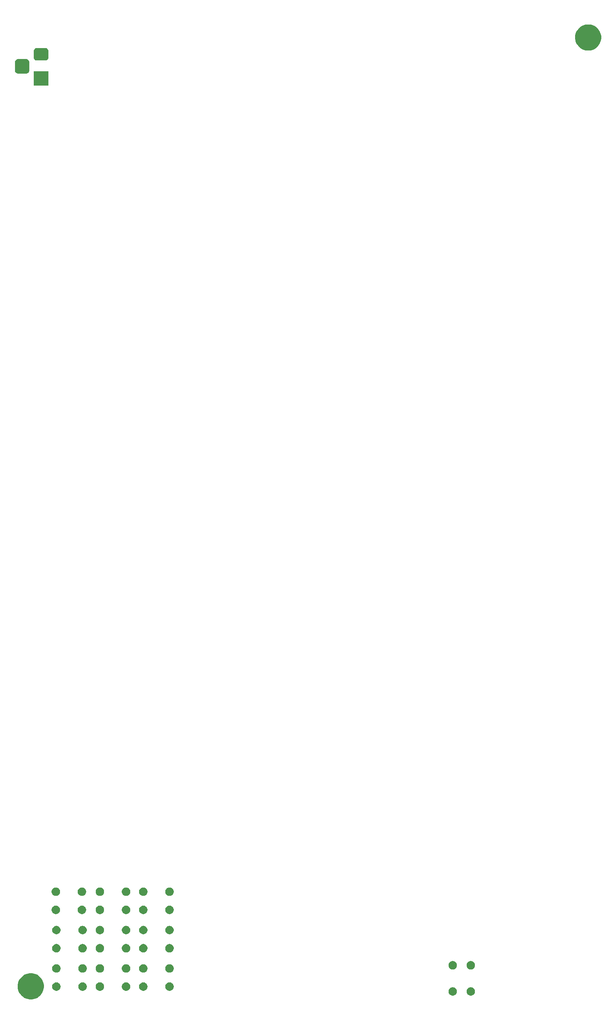
<source format=gbr>
G04 #@! TF.GenerationSoftware,KiCad,Pcbnew,(5.1.5)-3*
G04 #@! TF.CreationDate,2020-07-05T11:54:58+02:00*
G04 #@! TF.ProjectId,FetsAndCrosses,46657473-416e-4644-9372-6f737365732e,rev?*
G04 #@! TF.SameCoordinates,Original*
G04 #@! TF.FileFunction,Soldermask,Bot*
G04 #@! TF.FilePolarity,Negative*
%FSLAX46Y46*%
G04 Gerber Fmt 4.6, Leading zero omitted, Abs format (unit mm)*
G04 Created by KiCad (PCBNEW (5.1.5)-3) date 2020-07-05 11:54:58*
%MOMM*%
%LPD*%
G04 APERTURE LIST*
%ADD10C,0.100000*%
G04 APERTURE END LIST*
D10*
G36*
X23494239Y-254621467D02*
G01*
X23808282Y-254683934D01*
X24399926Y-254929001D01*
X24932392Y-255284784D01*
X25385216Y-255737608D01*
X25740999Y-256270074D01*
X25986066Y-256861718D01*
X25986066Y-256861719D01*
X26111000Y-257489803D01*
X26111000Y-258130197D01*
X26084457Y-258263635D01*
X25986066Y-258758282D01*
X25740999Y-259349926D01*
X25385216Y-259882392D01*
X24932392Y-260335216D01*
X24399926Y-260690999D01*
X23808282Y-260936066D01*
X23494239Y-260998533D01*
X23180197Y-261061000D01*
X22539803Y-261061000D01*
X22225761Y-260998533D01*
X21911718Y-260936066D01*
X21320074Y-260690999D01*
X20787608Y-260335216D01*
X20334784Y-259882392D01*
X19979001Y-259349926D01*
X19733934Y-258758282D01*
X19635543Y-258263635D01*
X19609000Y-258130197D01*
X19609000Y-257489803D01*
X19733934Y-256861719D01*
X19733934Y-256861718D01*
X19979001Y-256270074D01*
X20334784Y-255737608D01*
X20787608Y-255284784D01*
X21320074Y-254929001D01*
X21911718Y-254683934D01*
X22225761Y-254621467D01*
X22539803Y-254559000D01*
X23180197Y-254559000D01*
X23494239Y-254621467D01*
G37*
G36*
X132441564Y-258069389D02*
G01*
X132632833Y-258148615D01*
X132632835Y-258148616D01*
X132724210Y-258209671D01*
X132804973Y-258263635D01*
X132951365Y-258410027D01*
X133066385Y-258582167D01*
X133145611Y-258773436D01*
X133186000Y-258976484D01*
X133186000Y-259183516D01*
X133145611Y-259386564D01*
X133114101Y-259462636D01*
X133066384Y-259577835D01*
X132951365Y-259749973D01*
X132804973Y-259896365D01*
X132632835Y-260011384D01*
X132632834Y-260011385D01*
X132632833Y-260011385D01*
X132441564Y-260090611D01*
X132238516Y-260131000D01*
X132031484Y-260131000D01*
X131828436Y-260090611D01*
X131637167Y-260011385D01*
X131637166Y-260011385D01*
X131637165Y-260011384D01*
X131465027Y-259896365D01*
X131318635Y-259749973D01*
X131203616Y-259577835D01*
X131155899Y-259462636D01*
X131124389Y-259386564D01*
X131084000Y-259183516D01*
X131084000Y-258976484D01*
X131124389Y-258773436D01*
X131203615Y-258582167D01*
X131318635Y-258410027D01*
X131465027Y-258263635D01*
X131545790Y-258209671D01*
X131637165Y-258148616D01*
X131637167Y-258148615D01*
X131828436Y-258069389D01*
X132031484Y-258029000D01*
X132238516Y-258029000D01*
X132441564Y-258069389D01*
G37*
G36*
X127941564Y-258069389D02*
G01*
X128132833Y-258148615D01*
X128132835Y-258148616D01*
X128224210Y-258209671D01*
X128304973Y-258263635D01*
X128451365Y-258410027D01*
X128566385Y-258582167D01*
X128645611Y-258773436D01*
X128686000Y-258976484D01*
X128686000Y-259183516D01*
X128645611Y-259386564D01*
X128614101Y-259462636D01*
X128566384Y-259577835D01*
X128451365Y-259749973D01*
X128304973Y-259896365D01*
X128132835Y-260011384D01*
X128132834Y-260011385D01*
X128132833Y-260011385D01*
X127941564Y-260090611D01*
X127738516Y-260131000D01*
X127531484Y-260131000D01*
X127328436Y-260090611D01*
X127137167Y-260011385D01*
X127137166Y-260011385D01*
X127137165Y-260011384D01*
X126965027Y-259896365D01*
X126818635Y-259749973D01*
X126703616Y-259577835D01*
X126655899Y-259462636D01*
X126624389Y-259386564D01*
X126584000Y-259183516D01*
X126584000Y-258976484D01*
X126624389Y-258773436D01*
X126703615Y-258582167D01*
X126818635Y-258410027D01*
X126965027Y-258263635D01*
X127045790Y-258209671D01*
X127137165Y-258148616D01*
X127137167Y-258148615D01*
X127328436Y-258069389D01*
X127531484Y-258029000D01*
X127738516Y-258029000D01*
X127941564Y-258069389D01*
G37*
G36*
X36016564Y-256854389D02*
G01*
X36207833Y-256933615D01*
X36207835Y-256933616D01*
X36379973Y-257048635D01*
X36526365Y-257195027D01*
X36641385Y-257367167D01*
X36720611Y-257558436D01*
X36761000Y-257761484D01*
X36761000Y-257968516D01*
X36720611Y-258171564D01*
X36683565Y-258261000D01*
X36641384Y-258362835D01*
X36526365Y-258534973D01*
X36379973Y-258681365D01*
X36207835Y-258796384D01*
X36207834Y-258796385D01*
X36207833Y-258796385D01*
X36016564Y-258875611D01*
X35813516Y-258916000D01*
X35606484Y-258916000D01*
X35403436Y-258875611D01*
X35212167Y-258796385D01*
X35212166Y-258796385D01*
X35212165Y-258796384D01*
X35040027Y-258681365D01*
X34893635Y-258534973D01*
X34778616Y-258362835D01*
X34736435Y-258261000D01*
X34699389Y-258171564D01*
X34659000Y-257968516D01*
X34659000Y-257761484D01*
X34699389Y-257558436D01*
X34778615Y-257367167D01*
X34893635Y-257195027D01*
X35040027Y-257048635D01*
X35212165Y-256933616D01*
X35212167Y-256933615D01*
X35403436Y-256854389D01*
X35606484Y-256814000D01*
X35813516Y-256814000D01*
X36016564Y-256854389D01*
G37*
G36*
X29516564Y-256854389D02*
G01*
X29707833Y-256933615D01*
X29707835Y-256933616D01*
X29879973Y-257048635D01*
X30026365Y-257195027D01*
X30141385Y-257367167D01*
X30220611Y-257558436D01*
X30261000Y-257761484D01*
X30261000Y-257968516D01*
X30220611Y-258171564D01*
X30183565Y-258261000D01*
X30141384Y-258362835D01*
X30026365Y-258534973D01*
X29879973Y-258681365D01*
X29707835Y-258796384D01*
X29707834Y-258796385D01*
X29707833Y-258796385D01*
X29516564Y-258875611D01*
X29313516Y-258916000D01*
X29106484Y-258916000D01*
X28903436Y-258875611D01*
X28712167Y-258796385D01*
X28712166Y-258796385D01*
X28712165Y-258796384D01*
X28540027Y-258681365D01*
X28393635Y-258534973D01*
X28278616Y-258362835D01*
X28236435Y-258261000D01*
X28199389Y-258171564D01*
X28159000Y-257968516D01*
X28159000Y-257761484D01*
X28199389Y-257558436D01*
X28278615Y-257367167D01*
X28393635Y-257195027D01*
X28540027Y-257048635D01*
X28712165Y-256933616D01*
X28712167Y-256933615D01*
X28903436Y-256854389D01*
X29106484Y-256814000D01*
X29313516Y-256814000D01*
X29516564Y-256854389D01*
G37*
G36*
X46811564Y-256854389D02*
G01*
X47002833Y-256933615D01*
X47002835Y-256933616D01*
X47174973Y-257048635D01*
X47321365Y-257195027D01*
X47436385Y-257367167D01*
X47515611Y-257558436D01*
X47556000Y-257761484D01*
X47556000Y-257968516D01*
X47515611Y-258171564D01*
X47478565Y-258261000D01*
X47436384Y-258362835D01*
X47321365Y-258534973D01*
X47174973Y-258681365D01*
X47002835Y-258796384D01*
X47002834Y-258796385D01*
X47002833Y-258796385D01*
X46811564Y-258875611D01*
X46608516Y-258916000D01*
X46401484Y-258916000D01*
X46198436Y-258875611D01*
X46007167Y-258796385D01*
X46007166Y-258796385D01*
X46007165Y-258796384D01*
X45835027Y-258681365D01*
X45688635Y-258534973D01*
X45573616Y-258362835D01*
X45531435Y-258261000D01*
X45494389Y-258171564D01*
X45454000Y-257968516D01*
X45454000Y-257761484D01*
X45494389Y-257558436D01*
X45573615Y-257367167D01*
X45688635Y-257195027D01*
X45835027Y-257048635D01*
X46007165Y-256933616D01*
X46007167Y-256933615D01*
X46198436Y-256854389D01*
X46401484Y-256814000D01*
X46608516Y-256814000D01*
X46811564Y-256854389D01*
G37*
G36*
X51106564Y-256854389D02*
G01*
X51297833Y-256933615D01*
X51297835Y-256933616D01*
X51469973Y-257048635D01*
X51616365Y-257195027D01*
X51731385Y-257367167D01*
X51810611Y-257558436D01*
X51851000Y-257761484D01*
X51851000Y-257968516D01*
X51810611Y-258171564D01*
X51773565Y-258261000D01*
X51731384Y-258362835D01*
X51616365Y-258534973D01*
X51469973Y-258681365D01*
X51297835Y-258796384D01*
X51297834Y-258796385D01*
X51297833Y-258796385D01*
X51106564Y-258875611D01*
X50903516Y-258916000D01*
X50696484Y-258916000D01*
X50493436Y-258875611D01*
X50302167Y-258796385D01*
X50302166Y-258796385D01*
X50302165Y-258796384D01*
X50130027Y-258681365D01*
X49983635Y-258534973D01*
X49868616Y-258362835D01*
X49826435Y-258261000D01*
X49789389Y-258171564D01*
X49749000Y-257968516D01*
X49749000Y-257761484D01*
X49789389Y-257558436D01*
X49868615Y-257367167D01*
X49983635Y-257195027D01*
X50130027Y-257048635D01*
X50302165Y-256933616D01*
X50302167Y-256933615D01*
X50493436Y-256854389D01*
X50696484Y-256814000D01*
X50903516Y-256814000D01*
X51106564Y-256854389D01*
G37*
G36*
X40311564Y-256854389D02*
G01*
X40502833Y-256933615D01*
X40502835Y-256933616D01*
X40674973Y-257048635D01*
X40821365Y-257195027D01*
X40936385Y-257367167D01*
X41015611Y-257558436D01*
X41056000Y-257761484D01*
X41056000Y-257968516D01*
X41015611Y-258171564D01*
X40978565Y-258261000D01*
X40936384Y-258362835D01*
X40821365Y-258534973D01*
X40674973Y-258681365D01*
X40502835Y-258796384D01*
X40502834Y-258796385D01*
X40502833Y-258796385D01*
X40311564Y-258875611D01*
X40108516Y-258916000D01*
X39901484Y-258916000D01*
X39698436Y-258875611D01*
X39507167Y-258796385D01*
X39507166Y-258796385D01*
X39507165Y-258796384D01*
X39335027Y-258681365D01*
X39188635Y-258534973D01*
X39073616Y-258362835D01*
X39031435Y-258261000D01*
X38994389Y-258171564D01*
X38954000Y-257968516D01*
X38954000Y-257761484D01*
X38994389Y-257558436D01*
X39073615Y-257367167D01*
X39188635Y-257195027D01*
X39335027Y-257048635D01*
X39507165Y-256933616D01*
X39507167Y-256933615D01*
X39698436Y-256854389D01*
X39901484Y-256814000D01*
X40108516Y-256814000D01*
X40311564Y-256854389D01*
G37*
G36*
X57606564Y-256854389D02*
G01*
X57797833Y-256933615D01*
X57797835Y-256933616D01*
X57969973Y-257048635D01*
X58116365Y-257195027D01*
X58231385Y-257367167D01*
X58310611Y-257558436D01*
X58351000Y-257761484D01*
X58351000Y-257968516D01*
X58310611Y-258171564D01*
X58273565Y-258261000D01*
X58231384Y-258362835D01*
X58116365Y-258534973D01*
X57969973Y-258681365D01*
X57797835Y-258796384D01*
X57797834Y-258796385D01*
X57797833Y-258796385D01*
X57606564Y-258875611D01*
X57403516Y-258916000D01*
X57196484Y-258916000D01*
X56993436Y-258875611D01*
X56802167Y-258796385D01*
X56802166Y-258796385D01*
X56802165Y-258796384D01*
X56630027Y-258681365D01*
X56483635Y-258534973D01*
X56368616Y-258362835D01*
X56326435Y-258261000D01*
X56289389Y-258171564D01*
X56249000Y-257968516D01*
X56249000Y-257761484D01*
X56289389Y-257558436D01*
X56368615Y-257367167D01*
X56483635Y-257195027D01*
X56630027Y-257048635D01*
X56802165Y-256933616D01*
X56802167Y-256933615D01*
X56993436Y-256854389D01*
X57196484Y-256814000D01*
X57403516Y-256814000D01*
X57606564Y-256854389D01*
G37*
G36*
X57606564Y-252354389D02*
G01*
X57797833Y-252433615D01*
X57797835Y-252433616D01*
X57861991Y-252476484D01*
X57969973Y-252548635D01*
X58116365Y-252695027D01*
X58231385Y-252867167D01*
X58310611Y-253058436D01*
X58351000Y-253261484D01*
X58351000Y-253468516D01*
X58310611Y-253671564D01*
X58231385Y-253862833D01*
X58231384Y-253862835D01*
X58116365Y-254034973D01*
X57969973Y-254181365D01*
X57797835Y-254296384D01*
X57797834Y-254296385D01*
X57797833Y-254296385D01*
X57606564Y-254375611D01*
X57403516Y-254416000D01*
X57196484Y-254416000D01*
X56993436Y-254375611D01*
X56802167Y-254296385D01*
X56802166Y-254296385D01*
X56802165Y-254296384D01*
X56630027Y-254181365D01*
X56483635Y-254034973D01*
X56368616Y-253862835D01*
X56368615Y-253862833D01*
X56289389Y-253671564D01*
X56249000Y-253468516D01*
X56249000Y-253261484D01*
X56289389Y-253058436D01*
X56368615Y-252867167D01*
X56483635Y-252695027D01*
X56630027Y-252548635D01*
X56738009Y-252476484D01*
X56802165Y-252433616D01*
X56802167Y-252433615D01*
X56993436Y-252354389D01*
X57196484Y-252314000D01*
X57403516Y-252314000D01*
X57606564Y-252354389D01*
G37*
G36*
X29516564Y-252354389D02*
G01*
X29707833Y-252433615D01*
X29707835Y-252433616D01*
X29771991Y-252476484D01*
X29879973Y-252548635D01*
X30026365Y-252695027D01*
X30141385Y-252867167D01*
X30220611Y-253058436D01*
X30261000Y-253261484D01*
X30261000Y-253468516D01*
X30220611Y-253671564D01*
X30141385Y-253862833D01*
X30141384Y-253862835D01*
X30026365Y-254034973D01*
X29879973Y-254181365D01*
X29707835Y-254296384D01*
X29707834Y-254296385D01*
X29707833Y-254296385D01*
X29516564Y-254375611D01*
X29313516Y-254416000D01*
X29106484Y-254416000D01*
X28903436Y-254375611D01*
X28712167Y-254296385D01*
X28712166Y-254296385D01*
X28712165Y-254296384D01*
X28540027Y-254181365D01*
X28393635Y-254034973D01*
X28278616Y-253862835D01*
X28278615Y-253862833D01*
X28199389Y-253671564D01*
X28159000Y-253468516D01*
X28159000Y-253261484D01*
X28199389Y-253058436D01*
X28278615Y-252867167D01*
X28393635Y-252695027D01*
X28540027Y-252548635D01*
X28648009Y-252476484D01*
X28712165Y-252433616D01*
X28712167Y-252433615D01*
X28903436Y-252354389D01*
X29106484Y-252314000D01*
X29313516Y-252314000D01*
X29516564Y-252354389D01*
G37*
G36*
X36016564Y-252354389D02*
G01*
X36207833Y-252433615D01*
X36207835Y-252433616D01*
X36271991Y-252476484D01*
X36379973Y-252548635D01*
X36526365Y-252695027D01*
X36641385Y-252867167D01*
X36720611Y-253058436D01*
X36761000Y-253261484D01*
X36761000Y-253468516D01*
X36720611Y-253671564D01*
X36641385Y-253862833D01*
X36641384Y-253862835D01*
X36526365Y-254034973D01*
X36379973Y-254181365D01*
X36207835Y-254296384D01*
X36207834Y-254296385D01*
X36207833Y-254296385D01*
X36016564Y-254375611D01*
X35813516Y-254416000D01*
X35606484Y-254416000D01*
X35403436Y-254375611D01*
X35212167Y-254296385D01*
X35212166Y-254296385D01*
X35212165Y-254296384D01*
X35040027Y-254181365D01*
X34893635Y-254034973D01*
X34778616Y-253862835D01*
X34778615Y-253862833D01*
X34699389Y-253671564D01*
X34659000Y-253468516D01*
X34659000Y-253261484D01*
X34699389Y-253058436D01*
X34778615Y-252867167D01*
X34893635Y-252695027D01*
X35040027Y-252548635D01*
X35148009Y-252476484D01*
X35212165Y-252433616D01*
X35212167Y-252433615D01*
X35403436Y-252354389D01*
X35606484Y-252314000D01*
X35813516Y-252314000D01*
X36016564Y-252354389D01*
G37*
G36*
X46811564Y-252354389D02*
G01*
X47002833Y-252433615D01*
X47002835Y-252433616D01*
X47066991Y-252476484D01*
X47174973Y-252548635D01*
X47321365Y-252695027D01*
X47436385Y-252867167D01*
X47515611Y-253058436D01*
X47556000Y-253261484D01*
X47556000Y-253468516D01*
X47515611Y-253671564D01*
X47436385Y-253862833D01*
X47436384Y-253862835D01*
X47321365Y-254034973D01*
X47174973Y-254181365D01*
X47002835Y-254296384D01*
X47002834Y-254296385D01*
X47002833Y-254296385D01*
X46811564Y-254375611D01*
X46608516Y-254416000D01*
X46401484Y-254416000D01*
X46198436Y-254375611D01*
X46007167Y-254296385D01*
X46007166Y-254296385D01*
X46007165Y-254296384D01*
X45835027Y-254181365D01*
X45688635Y-254034973D01*
X45573616Y-253862835D01*
X45573615Y-253862833D01*
X45494389Y-253671564D01*
X45454000Y-253468516D01*
X45454000Y-253261484D01*
X45494389Y-253058436D01*
X45573615Y-252867167D01*
X45688635Y-252695027D01*
X45835027Y-252548635D01*
X45943009Y-252476484D01*
X46007165Y-252433616D01*
X46007167Y-252433615D01*
X46198436Y-252354389D01*
X46401484Y-252314000D01*
X46608516Y-252314000D01*
X46811564Y-252354389D01*
G37*
G36*
X51106564Y-252354389D02*
G01*
X51297833Y-252433615D01*
X51297835Y-252433616D01*
X51361991Y-252476484D01*
X51469973Y-252548635D01*
X51616365Y-252695027D01*
X51731385Y-252867167D01*
X51810611Y-253058436D01*
X51851000Y-253261484D01*
X51851000Y-253468516D01*
X51810611Y-253671564D01*
X51731385Y-253862833D01*
X51731384Y-253862835D01*
X51616365Y-254034973D01*
X51469973Y-254181365D01*
X51297835Y-254296384D01*
X51297834Y-254296385D01*
X51297833Y-254296385D01*
X51106564Y-254375611D01*
X50903516Y-254416000D01*
X50696484Y-254416000D01*
X50493436Y-254375611D01*
X50302167Y-254296385D01*
X50302166Y-254296385D01*
X50302165Y-254296384D01*
X50130027Y-254181365D01*
X49983635Y-254034973D01*
X49868616Y-253862835D01*
X49868615Y-253862833D01*
X49789389Y-253671564D01*
X49749000Y-253468516D01*
X49749000Y-253261484D01*
X49789389Y-253058436D01*
X49868615Y-252867167D01*
X49983635Y-252695027D01*
X50130027Y-252548635D01*
X50238009Y-252476484D01*
X50302165Y-252433616D01*
X50302167Y-252433615D01*
X50493436Y-252354389D01*
X50696484Y-252314000D01*
X50903516Y-252314000D01*
X51106564Y-252354389D01*
G37*
G36*
X40311564Y-252354389D02*
G01*
X40502833Y-252433615D01*
X40502835Y-252433616D01*
X40566991Y-252476484D01*
X40674973Y-252548635D01*
X40821365Y-252695027D01*
X40936385Y-252867167D01*
X41015611Y-253058436D01*
X41056000Y-253261484D01*
X41056000Y-253468516D01*
X41015611Y-253671564D01*
X40936385Y-253862833D01*
X40936384Y-253862835D01*
X40821365Y-254034973D01*
X40674973Y-254181365D01*
X40502835Y-254296384D01*
X40502834Y-254296385D01*
X40502833Y-254296385D01*
X40311564Y-254375611D01*
X40108516Y-254416000D01*
X39901484Y-254416000D01*
X39698436Y-254375611D01*
X39507167Y-254296385D01*
X39507166Y-254296385D01*
X39507165Y-254296384D01*
X39335027Y-254181365D01*
X39188635Y-254034973D01*
X39073616Y-253862835D01*
X39073615Y-253862833D01*
X38994389Y-253671564D01*
X38954000Y-253468516D01*
X38954000Y-253261484D01*
X38994389Y-253058436D01*
X39073615Y-252867167D01*
X39188635Y-252695027D01*
X39335027Y-252548635D01*
X39443009Y-252476484D01*
X39507165Y-252433616D01*
X39507167Y-252433615D01*
X39698436Y-252354389D01*
X39901484Y-252314000D01*
X40108516Y-252314000D01*
X40311564Y-252354389D01*
G37*
G36*
X132441564Y-251569389D02*
G01*
X132632833Y-251648615D01*
X132632835Y-251648616D01*
X132804973Y-251763635D01*
X132951365Y-251910027D01*
X133066385Y-252082167D01*
X133145611Y-252273436D01*
X133186000Y-252476484D01*
X133186000Y-252683516D01*
X133145611Y-252886564D01*
X133074420Y-253058435D01*
X133066384Y-253077835D01*
X132951365Y-253249973D01*
X132804973Y-253396365D01*
X132632835Y-253511384D01*
X132632834Y-253511385D01*
X132632833Y-253511385D01*
X132441564Y-253590611D01*
X132238516Y-253631000D01*
X132031484Y-253631000D01*
X131828436Y-253590611D01*
X131637167Y-253511385D01*
X131637166Y-253511385D01*
X131637165Y-253511384D01*
X131465027Y-253396365D01*
X131318635Y-253249973D01*
X131203616Y-253077835D01*
X131195580Y-253058435D01*
X131124389Y-252886564D01*
X131084000Y-252683516D01*
X131084000Y-252476484D01*
X131124389Y-252273436D01*
X131203615Y-252082167D01*
X131318635Y-251910027D01*
X131465027Y-251763635D01*
X131637165Y-251648616D01*
X131637167Y-251648615D01*
X131828436Y-251569389D01*
X132031484Y-251529000D01*
X132238516Y-251529000D01*
X132441564Y-251569389D01*
G37*
G36*
X127941564Y-251569389D02*
G01*
X128132833Y-251648615D01*
X128132835Y-251648616D01*
X128304973Y-251763635D01*
X128451365Y-251910027D01*
X128566385Y-252082167D01*
X128645611Y-252273436D01*
X128686000Y-252476484D01*
X128686000Y-252683516D01*
X128645611Y-252886564D01*
X128574420Y-253058435D01*
X128566384Y-253077835D01*
X128451365Y-253249973D01*
X128304973Y-253396365D01*
X128132835Y-253511384D01*
X128132834Y-253511385D01*
X128132833Y-253511385D01*
X127941564Y-253590611D01*
X127738516Y-253631000D01*
X127531484Y-253631000D01*
X127328436Y-253590611D01*
X127137167Y-253511385D01*
X127137166Y-253511385D01*
X127137165Y-253511384D01*
X126965027Y-253396365D01*
X126818635Y-253249973D01*
X126703616Y-253077835D01*
X126695580Y-253058435D01*
X126624389Y-252886564D01*
X126584000Y-252683516D01*
X126584000Y-252476484D01*
X126624389Y-252273436D01*
X126703615Y-252082167D01*
X126818635Y-251910027D01*
X126965027Y-251763635D01*
X127137165Y-251648616D01*
X127137167Y-251648615D01*
X127328436Y-251569389D01*
X127531484Y-251529000D01*
X127738516Y-251529000D01*
X127941564Y-251569389D01*
G37*
G36*
X36016564Y-247329389D02*
G01*
X36207833Y-247408615D01*
X36207835Y-247408616D01*
X36379973Y-247523635D01*
X36526365Y-247670027D01*
X36641385Y-247842167D01*
X36720611Y-248033436D01*
X36761000Y-248236484D01*
X36761000Y-248443516D01*
X36720611Y-248646564D01*
X36641385Y-248837833D01*
X36641384Y-248837835D01*
X36526365Y-249009973D01*
X36379973Y-249156365D01*
X36207835Y-249271384D01*
X36207834Y-249271385D01*
X36207833Y-249271385D01*
X36016564Y-249350611D01*
X35813516Y-249391000D01*
X35606484Y-249391000D01*
X35403436Y-249350611D01*
X35212167Y-249271385D01*
X35212166Y-249271385D01*
X35212165Y-249271384D01*
X35040027Y-249156365D01*
X34893635Y-249009973D01*
X34778616Y-248837835D01*
X34778615Y-248837833D01*
X34699389Y-248646564D01*
X34659000Y-248443516D01*
X34659000Y-248236484D01*
X34699389Y-248033436D01*
X34778615Y-247842167D01*
X34893635Y-247670027D01*
X35040027Y-247523635D01*
X35212165Y-247408616D01*
X35212167Y-247408615D01*
X35403436Y-247329389D01*
X35606484Y-247289000D01*
X35813516Y-247289000D01*
X36016564Y-247329389D01*
G37*
G36*
X29516564Y-247329389D02*
G01*
X29707833Y-247408615D01*
X29707835Y-247408616D01*
X29879973Y-247523635D01*
X30026365Y-247670027D01*
X30141385Y-247842167D01*
X30220611Y-248033436D01*
X30261000Y-248236484D01*
X30261000Y-248443516D01*
X30220611Y-248646564D01*
X30141385Y-248837833D01*
X30141384Y-248837835D01*
X30026365Y-249009973D01*
X29879973Y-249156365D01*
X29707835Y-249271384D01*
X29707834Y-249271385D01*
X29707833Y-249271385D01*
X29516564Y-249350611D01*
X29313516Y-249391000D01*
X29106484Y-249391000D01*
X28903436Y-249350611D01*
X28712167Y-249271385D01*
X28712166Y-249271385D01*
X28712165Y-249271384D01*
X28540027Y-249156365D01*
X28393635Y-249009973D01*
X28278616Y-248837835D01*
X28278615Y-248837833D01*
X28199389Y-248646564D01*
X28159000Y-248443516D01*
X28159000Y-248236484D01*
X28199389Y-248033436D01*
X28278615Y-247842167D01*
X28393635Y-247670027D01*
X28540027Y-247523635D01*
X28712165Y-247408616D01*
X28712167Y-247408615D01*
X28903436Y-247329389D01*
X29106484Y-247289000D01*
X29313516Y-247289000D01*
X29516564Y-247329389D01*
G37*
G36*
X40311564Y-247329389D02*
G01*
X40502833Y-247408615D01*
X40502835Y-247408616D01*
X40674973Y-247523635D01*
X40821365Y-247670027D01*
X40936385Y-247842167D01*
X41015611Y-248033436D01*
X41056000Y-248236484D01*
X41056000Y-248443516D01*
X41015611Y-248646564D01*
X40936385Y-248837833D01*
X40936384Y-248837835D01*
X40821365Y-249009973D01*
X40674973Y-249156365D01*
X40502835Y-249271384D01*
X40502834Y-249271385D01*
X40502833Y-249271385D01*
X40311564Y-249350611D01*
X40108516Y-249391000D01*
X39901484Y-249391000D01*
X39698436Y-249350611D01*
X39507167Y-249271385D01*
X39507166Y-249271385D01*
X39507165Y-249271384D01*
X39335027Y-249156365D01*
X39188635Y-249009973D01*
X39073616Y-248837835D01*
X39073615Y-248837833D01*
X38994389Y-248646564D01*
X38954000Y-248443516D01*
X38954000Y-248236484D01*
X38994389Y-248033436D01*
X39073615Y-247842167D01*
X39188635Y-247670027D01*
X39335027Y-247523635D01*
X39507165Y-247408616D01*
X39507167Y-247408615D01*
X39698436Y-247329389D01*
X39901484Y-247289000D01*
X40108516Y-247289000D01*
X40311564Y-247329389D01*
G37*
G36*
X57606564Y-247329389D02*
G01*
X57797833Y-247408615D01*
X57797835Y-247408616D01*
X57969973Y-247523635D01*
X58116365Y-247670027D01*
X58231385Y-247842167D01*
X58310611Y-248033436D01*
X58351000Y-248236484D01*
X58351000Y-248443516D01*
X58310611Y-248646564D01*
X58231385Y-248837833D01*
X58231384Y-248837835D01*
X58116365Y-249009973D01*
X57969973Y-249156365D01*
X57797835Y-249271384D01*
X57797834Y-249271385D01*
X57797833Y-249271385D01*
X57606564Y-249350611D01*
X57403516Y-249391000D01*
X57196484Y-249391000D01*
X56993436Y-249350611D01*
X56802167Y-249271385D01*
X56802166Y-249271385D01*
X56802165Y-249271384D01*
X56630027Y-249156365D01*
X56483635Y-249009973D01*
X56368616Y-248837835D01*
X56368615Y-248837833D01*
X56289389Y-248646564D01*
X56249000Y-248443516D01*
X56249000Y-248236484D01*
X56289389Y-248033436D01*
X56368615Y-247842167D01*
X56483635Y-247670027D01*
X56630027Y-247523635D01*
X56802165Y-247408616D01*
X56802167Y-247408615D01*
X56993436Y-247329389D01*
X57196484Y-247289000D01*
X57403516Y-247289000D01*
X57606564Y-247329389D01*
G37*
G36*
X51106564Y-247329389D02*
G01*
X51297833Y-247408615D01*
X51297835Y-247408616D01*
X51469973Y-247523635D01*
X51616365Y-247670027D01*
X51731385Y-247842167D01*
X51810611Y-248033436D01*
X51851000Y-248236484D01*
X51851000Y-248443516D01*
X51810611Y-248646564D01*
X51731385Y-248837833D01*
X51731384Y-248837835D01*
X51616365Y-249009973D01*
X51469973Y-249156365D01*
X51297835Y-249271384D01*
X51297834Y-249271385D01*
X51297833Y-249271385D01*
X51106564Y-249350611D01*
X50903516Y-249391000D01*
X50696484Y-249391000D01*
X50493436Y-249350611D01*
X50302167Y-249271385D01*
X50302166Y-249271385D01*
X50302165Y-249271384D01*
X50130027Y-249156365D01*
X49983635Y-249009973D01*
X49868616Y-248837835D01*
X49868615Y-248837833D01*
X49789389Y-248646564D01*
X49749000Y-248443516D01*
X49749000Y-248236484D01*
X49789389Y-248033436D01*
X49868615Y-247842167D01*
X49983635Y-247670027D01*
X50130027Y-247523635D01*
X50302165Y-247408616D01*
X50302167Y-247408615D01*
X50493436Y-247329389D01*
X50696484Y-247289000D01*
X50903516Y-247289000D01*
X51106564Y-247329389D01*
G37*
G36*
X46811564Y-247329389D02*
G01*
X47002833Y-247408615D01*
X47002835Y-247408616D01*
X47174973Y-247523635D01*
X47321365Y-247670027D01*
X47436385Y-247842167D01*
X47515611Y-248033436D01*
X47556000Y-248236484D01*
X47556000Y-248443516D01*
X47515611Y-248646564D01*
X47436385Y-248837833D01*
X47436384Y-248837835D01*
X47321365Y-249009973D01*
X47174973Y-249156365D01*
X47002835Y-249271384D01*
X47002834Y-249271385D01*
X47002833Y-249271385D01*
X46811564Y-249350611D01*
X46608516Y-249391000D01*
X46401484Y-249391000D01*
X46198436Y-249350611D01*
X46007167Y-249271385D01*
X46007166Y-249271385D01*
X46007165Y-249271384D01*
X45835027Y-249156365D01*
X45688635Y-249009973D01*
X45573616Y-248837835D01*
X45573615Y-248837833D01*
X45494389Y-248646564D01*
X45454000Y-248443516D01*
X45454000Y-248236484D01*
X45494389Y-248033436D01*
X45573615Y-247842167D01*
X45688635Y-247670027D01*
X45835027Y-247523635D01*
X46007165Y-247408616D01*
X46007167Y-247408615D01*
X46198436Y-247329389D01*
X46401484Y-247289000D01*
X46608516Y-247289000D01*
X46811564Y-247329389D01*
G37*
G36*
X40311564Y-242829389D02*
G01*
X40502833Y-242908615D01*
X40502835Y-242908616D01*
X40674973Y-243023635D01*
X40821365Y-243170027D01*
X40936385Y-243342167D01*
X41015611Y-243533436D01*
X41056000Y-243736484D01*
X41056000Y-243943516D01*
X41015611Y-244146564D01*
X40936385Y-244337833D01*
X40936384Y-244337835D01*
X40821365Y-244509973D01*
X40674973Y-244656365D01*
X40502835Y-244771384D01*
X40502834Y-244771385D01*
X40502833Y-244771385D01*
X40311564Y-244850611D01*
X40108516Y-244891000D01*
X39901484Y-244891000D01*
X39698436Y-244850611D01*
X39507167Y-244771385D01*
X39507166Y-244771385D01*
X39507165Y-244771384D01*
X39335027Y-244656365D01*
X39188635Y-244509973D01*
X39073616Y-244337835D01*
X39073615Y-244337833D01*
X38994389Y-244146564D01*
X38954000Y-243943516D01*
X38954000Y-243736484D01*
X38994389Y-243533436D01*
X39073615Y-243342167D01*
X39188635Y-243170027D01*
X39335027Y-243023635D01*
X39507165Y-242908616D01*
X39507167Y-242908615D01*
X39698436Y-242829389D01*
X39901484Y-242789000D01*
X40108516Y-242789000D01*
X40311564Y-242829389D01*
G37*
G36*
X36016564Y-242829389D02*
G01*
X36207833Y-242908615D01*
X36207835Y-242908616D01*
X36379973Y-243023635D01*
X36526365Y-243170027D01*
X36641385Y-243342167D01*
X36720611Y-243533436D01*
X36761000Y-243736484D01*
X36761000Y-243943516D01*
X36720611Y-244146564D01*
X36641385Y-244337833D01*
X36641384Y-244337835D01*
X36526365Y-244509973D01*
X36379973Y-244656365D01*
X36207835Y-244771384D01*
X36207834Y-244771385D01*
X36207833Y-244771385D01*
X36016564Y-244850611D01*
X35813516Y-244891000D01*
X35606484Y-244891000D01*
X35403436Y-244850611D01*
X35212167Y-244771385D01*
X35212166Y-244771385D01*
X35212165Y-244771384D01*
X35040027Y-244656365D01*
X34893635Y-244509973D01*
X34778616Y-244337835D01*
X34778615Y-244337833D01*
X34699389Y-244146564D01*
X34659000Y-243943516D01*
X34659000Y-243736484D01*
X34699389Y-243533436D01*
X34778615Y-243342167D01*
X34893635Y-243170027D01*
X35040027Y-243023635D01*
X35212165Y-242908616D01*
X35212167Y-242908615D01*
X35403436Y-242829389D01*
X35606484Y-242789000D01*
X35813516Y-242789000D01*
X36016564Y-242829389D01*
G37*
G36*
X46811564Y-242829389D02*
G01*
X47002833Y-242908615D01*
X47002835Y-242908616D01*
X47174973Y-243023635D01*
X47321365Y-243170027D01*
X47436385Y-243342167D01*
X47515611Y-243533436D01*
X47556000Y-243736484D01*
X47556000Y-243943516D01*
X47515611Y-244146564D01*
X47436385Y-244337833D01*
X47436384Y-244337835D01*
X47321365Y-244509973D01*
X47174973Y-244656365D01*
X47002835Y-244771384D01*
X47002834Y-244771385D01*
X47002833Y-244771385D01*
X46811564Y-244850611D01*
X46608516Y-244891000D01*
X46401484Y-244891000D01*
X46198436Y-244850611D01*
X46007167Y-244771385D01*
X46007166Y-244771385D01*
X46007165Y-244771384D01*
X45835027Y-244656365D01*
X45688635Y-244509973D01*
X45573616Y-244337835D01*
X45573615Y-244337833D01*
X45494389Y-244146564D01*
X45454000Y-243943516D01*
X45454000Y-243736484D01*
X45494389Y-243533436D01*
X45573615Y-243342167D01*
X45688635Y-243170027D01*
X45835027Y-243023635D01*
X46007165Y-242908616D01*
X46007167Y-242908615D01*
X46198436Y-242829389D01*
X46401484Y-242789000D01*
X46608516Y-242789000D01*
X46811564Y-242829389D01*
G37*
G36*
X29516564Y-242829389D02*
G01*
X29707833Y-242908615D01*
X29707835Y-242908616D01*
X29879973Y-243023635D01*
X30026365Y-243170027D01*
X30141385Y-243342167D01*
X30220611Y-243533436D01*
X30261000Y-243736484D01*
X30261000Y-243943516D01*
X30220611Y-244146564D01*
X30141385Y-244337833D01*
X30141384Y-244337835D01*
X30026365Y-244509973D01*
X29879973Y-244656365D01*
X29707835Y-244771384D01*
X29707834Y-244771385D01*
X29707833Y-244771385D01*
X29516564Y-244850611D01*
X29313516Y-244891000D01*
X29106484Y-244891000D01*
X28903436Y-244850611D01*
X28712167Y-244771385D01*
X28712166Y-244771385D01*
X28712165Y-244771384D01*
X28540027Y-244656365D01*
X28393635Y-244509973D01*
X28278616Y-244337835D01*
X28278615Y-244337833D01*
X28199389Y-244146564D01*
X28159000Y-243943516D01*
X28159000Y-243736484D01*
X28199389Y-243533436D01*
X28278615Y-243342167D01*
X28393635Y-243170027D01*
X28540027Y-243023635D01*
X28712165Y-242908616D01*
X28712167Y-242908615D01*
X28903436Y-242829389D01*
X29106484Y-242789000D01*
X29313516Y-242789000D01*
X29516564Y-242829389D01*
G37*
G36*
X51106564Y-242829389D02*
G01*
X51297833Y-242908615D01*
X51297835Y-242908616D01*
X51469973Y-243023635D01*
X51616365Y-243170027D01*
X51731385Y-243342167D01*
X51810611Y-243533436D01*
X51851000Y-243736484D01*
X51851000Y-243943516D01*
X51810611Y-244146564D01*
X51731385Y-244337833D01*
X51731384Y-244337835D01*
X51616365Y-244509973D01*
X51469973Y-244656365D01*
X51297835Y-244771384D01*
X51297834Y-244771385D01*
X51297833Y-244771385D01*
X51106564Y-244850611D01*
X50903516Y-244891000D01*
X50696484Y-244891000D01*
X50493436Y-244850611D01*
X50302167Y-244771385D01*
X50302166Y-244771385D01*
X50302165Y-244771384D01*
X50130027Y-244656365D01*
X49983635Y-244509973D01*
X49868616Y-244337835D01*
X49868615Y-244337833D01*
X49789389Y-244146564D01*
X49749000Y-243943516D01*
X49749000Y-243736484D01*
X49789389Y-243533436D01*
X49868615Y-243342167D01*
X49983635Y-243170027D01*
X50130027Y-243023635D01*
X50302165Y-242908616D01*
X50302167Y-242908615D01*
X50493436Y-242829389D01*
X50696484Y-242789000D01*
X50903516Y-242789000D01*
X51106564Y-242829389D01*
G37*
G36*
X57606564Y-242829389D02*
G01*
X57797833Y-242908615D01*
X57797835Y-242908616D01*
X57969973Y-243023635D01*
X58116365Y-243170027D01*
X58231385Y-243342167D01*
X58310611Y-243533436D01*
X58351000Y-243736484D01*
X58351000Y-243943516D01*
X58310611Y-244146564D01*
X58231385Y-244337833D01*
X58231384Y-244337835D01*
X58116365Y-244509973D01*
X57969973Y-244656365D01*
X57797835Y-244771384D01*
X57797834Y-244771385D01*
X57797833Y-244771385D01*
X57606564Y-244850611D01*
X57403516Y-244891000D01*
X57196484Y-244891000D01*
X56993436Y-244850611D01*
X56802167Y-244771385D01*
X56802166Y-244771385D01*
X56802165Y-244771384D01*
X56630027Y-244656365D01*
X56483635Y-244509973D01*
X56368616Y-244337835D01*
X56368615Y-244337833D01*
X56289389Y-244146564D01*
X56249000Y-243943516D01*
X56249000Y-243736484D01*
X56289389Y-243533436D01*
X56368615Y-243342167D01*
X56483635Y-243170027D01*
X56630027Y-243023635D01*
X56802165Y-242908616D01*
X56802167Y-242908615D01*
X56993436Y-242829389D01*
X57196484Y-242789000D01*
X57403516Y-242789000D01*
X57606564Y-242829389D01*
G37*
G36*
X35866564Y-237804389D02*
G01*
X36057833Y-237883615D01*
X36057835Y-237883616D01*
X36229973Y-237998635D01*
X36376365Y-238145027D01*
X36491385Y-238317167D01*
X36570611Y-238508436D01*
X36611000Y-238711484D01*
X36611000Y-238918516D01*
X36570611Y-239121564D01*
X36491385Y-239312833D01*
X36491384Y-239312835D01*
X36376365Y-239484973D01*
X36229973Y-239631365D01*
X36057835Y-239746384D01*
X36057834Y-239746385D01*
X36057833Y-239746385D01*
X35866564Y-239825611D01*
X35663516Y-239866000D01*
X35456484Y-239866000D01*
X35253436Y-239825611D01*
X35062167Y-239746385D01*
X35062166Y-239746385D01*
X35062165Y-239746384D01*
X34890027Y-239631365D01*
X34743635Y-239484973D01*
X34628616Y-239312835D01*
X34628615Y-239312833D01*
X34549389Y-239121564D01*
X34509000Y-238918516D01*
X34509000Y-238711484D01*
X34549389Y-238508436D01*
X34628615Y-238317167D01*
X34743635Y-238145027D01*
X34890027Y-237998635D01*
X35062165Y-237883616D01*
X35062167Y-237883615D01*
X35253436Y-237804389D01*
X35456484Y-237764000D01*
X35663516Y-237764000D01*
X35866564Y-237804389D01*
G37*
G36*
X29366564Y-237804389D02*
G01*
X29557833Y-237883615D01*
X29557835Y-237883616D01*
X29729973Y-237998635D01*
X29876365Y-238145027D01*
X29991385Y-238317167D01*
X30070611Y-238508436D01*
X30111000Y-238711484D01*
X30111000Y-238918516D01*
X30070611Y-239121564D01*
X29991385Y-239312833D01*
X29991384Y-239312835D01*
X29876365Y-239484973D01*
X29729973Y-239631365D01*
X29557835Y-239746384D01*
X29557834Y-239746385D01*
X29557833Y-239746385D01*
X29366564Y-239825611D01*
X29163516Y-239866000D01*
X28956484Y-239866000D01*
X28753436Y-239825611D01*
X28562167Y-239746385D01*
X28562166Y-239746385D01*
X28562165Y-239746384D01*
X28390027Y-239631365D01*
X28243635Y-239484973D01*
X28128616Y-239312835D01*
X28128615Y-239312833D01*
X28049389Y-239121564D01*
X28009000Y-238918516D01*
X28009000Y-238711484D01*
X28049389Y-238508436D01*
X28128615Y-238317167D01*
X28243635Y-238145027D01*
X28390027Y-237998635D01*
X28562165Y-237883616D01*
X28562167Y-237883615D01*
X28753436Y-237804389D01*
X28956484Y-237764000D01*
X29163516Y-237764000D01*
X29366564Y-237804389D01*
G37*
G36*
X57606564Y-237804389D02*
G01*
X57797833Y-237883615D01*
X57797835Y-237883616D01*
X57969973Y-237998635D01*
X58116365Y-238145027D01*
X58231385Y-238317167D01*
X58310611Y-238508436D01*
X58351000Y-238711484D01*
X58351000Y-238918516D01*
X58310611Y-239121564D01*
X58231385Y-239312833D01*
X58231384Y-239312835D01*
X58116365Y-239484973D01*
X57969973Y-239631365D01*
X57797835Y-239746384D01*
X57797834Y-239746385D01*
X57797833Y-239746385D01*
X57606564Y-239825611D01*
X57403516Y-239866000D01*
X57196484Y-239866000D01*
X56993436Y-239825611D01*
X56802167Y-239746385D01*
X56802166Y-239746385D01*
X56802165Y-239746384D01*
X56630027Y-239631365D01*
X56483635Y-239484973D01*
X56368616Y-239312835D01*
X56368615Y-239312833D01*
X56289389Y-239121564D01*
X56249000Y-238918516D01*
X56249000Y-238711484D01*
X56289389Y-238508436D01*
X56368615Y-238317167D01*
X56483635Y-238145027D01*
X56630027Y-237998635D01*
X56802165Y-237883616D01*
X56802167Y-237883615D01*
X56993436Y-237804389D01*
X57196484Y-237764000D01*
X57403516Y-237764000D01*
X57606564Y-237804389D01*
G37*
G36*
X51106564Y-237804389D02*
G01*
X51297833Y-237883615D01*
X51297835Y-237883616D01*
X51469973Y-237998635D01*
X51616365Y-238145027D01*
X51731385Y-238317167D01*
X51810611Y-238508436D01*
X51851000Y-238711484D01*
X51851000Y-238918516D01*
X51810611Y-239121564D01*
X51731385Y-239312833D01*
X51731384Y-239312835D01*
X51616365Y-239484973D01*
X51469973Y-239631365D01*
X51297835Y-239746384D01*
X51297834Y-239746385D01*
X51297833Y-239746385D01*
X51106564Y-239825611D01*
X50903516Y-239866000D01*
X50696484Y-239866000D01*
X50493436Y-239825611D01*
X50302167Y-239746385D01*
X50302166Y-239746385D01*
X50302165Y-239746384D01*
X50130027Y-239631365D01*
X49983635Y-239484973D01*
X49868616Y-239312835D01*
X49868615Y-239312833D01*
X49789389Y-239121564D01*
X49749000Y-238918516D01*
X49749000Y-238711484D01*
X49789389Y-238508436D01*
X49868615Y-238317167D01*
X49983635Y-238145027D01*
X50130027Y-237998635D01*
X50302165Y-237883616D01*
X50302167Y-237883615D01*
X50493436Y-237804389D01*
X50696484Y-237764000D01*
X50903516Y-237764000D01*
X51106564Y-237804389D01*
G37*
G36*
X46811564Y-237804389D02*
G01*
X47002833Y-237883615D01*
X47002835Y-237883616D01*
X47174973Y-237998635D01*
X47321365Y-238145027D01*
X47436385Y-238317167D01*
X47515611Y-238508436D01*
X47556000Y-238711484D01*
X47556000Y-238918516D01*
X47515611Y-239121564D01*
X47436385Y-239312833D01*
X47436384Y-239312835D01*
X47321365Y-239484973D01*
X47174973Y-239631365D01*
X47002835Y-239746384D01*
X47002834Y-239746385D01*
X47002833Y-239746385D01*
X46811564Y-239825611D01*
X46608516Y-239866000D01*
X46401484Y-239866000D01*
X46198436Y-239825611D01*
X46007167Y-239746385D01*
X46007166Y-239746385D01*
X46007165Y-239746384D01*
X45835027Y-239631365D01*
X45688635Y-239484973D01*
X45573616Y-239312835D01*
X45573615Y-239312833D01*
X45494389Y-239121564D01*
X45454000Y-238918516D01*
X45454000Y-238711484D01*
X45494389Y-238508436D01*
X45573615Y-238317167D01*
X45688635Y-238145027D01*
X45835027Y-237998635D01*
X46007165Y-237883616D01*
X46007167Y-237883615D01*
X46198436Y-237804389D01*
X46401484Y-237764000D01*
X46608516Y-237764000D01*
X46811564Y-237804389D01*
G37*
G36*
X40311564Y-237804389D02*
G01*
X40502833Y-237883615D01*
X40502835Y-237883616D01*
X40674973Y-237998635D01*
X40821365Y-238145027D01*
X40936385Y-238317167D01*
X41015611Y-238508436D01*
X41056000Y-238711484D01*
X41056000Y-238918516D01*
X41015611Y-239121564D01*
X40936385Y-239312833D01*
X40936384Y-239312835D01*
X40821365Y-239484973D01*
X40674973Y-239631365D01*
X40502835Y-239746384D01*
X40502834Y-239746385D01*
X40502833Y-239746385D01*
X40311564Y-239825611D01*
X40108516Y-239866000D01*
X39901484Y-239866000D01*
X39698436Y-239825611D01*
X39507167Y-239746385D01*
X39507166Y-239746385D01*
X39507165Y-239746384D01*
X39335027Y-239631365D01*
X39188635Y-239484973D01*
X39073616Y-239312835D01*
X39073615Y-239312833D01*
X38994389Y-239121564D01*
X38954000Y-238918516D01*
X38954000Y-238711484D01*
X38994389Y-238508436D01*
X39073615Y-238317167D01*
X39188635Y-238145027D01*
X39335027Y-237998635D01*
X39507165Y-237883616D01*
X39507167Y-237883615D01*
X39698436Y-237804389D01*
X39901484Y-237764000D01*
X40108516Y-237764000D01*
X40311564Y-237804389D01*
G37*
G36*
X35866564Y-233304389D02*
G01*
X36057833Y-233383615D01*
X36057835Y-233383616D01*
X36229973Y-233498635D01*
X36376365Y-233645027D01*
X36491385Y-233817167D01*
X36570611Y-234008436D01*
X36611000Y-234211484D01*
X36611000Y-234418516D01*
X36570611Y-234621564D01*
X36491385Y-234812833D01*
X36491384Y-234812835D01*
X36376365Y-234984973D01*
X36229973Y-235131365D01*
X36057835Y-235246384D01*
X36057834Y-235246385D01*
X36057833Y-235246385D01*
X35866564Y-235325611D01*
X35663516Y-235366000D01*
X35456484Y-235366000D01*
X35253436Y-235325611D01*
X35062167Y-235246385D01*
X35062166Y-235246385D01*
X35062165Y-235246384D01*
X34890027Y-235131365D01*
X34743635Y-234984973D01*
X34628616Y-234812835D01*
X34628615Y-234812833D01*
X34549389Y-234621564D01*
X34509000Y-234418516D01*
X34509000Y-234211484D01*
X34549389Y-234008436D01*
X34628615Y-233817167D01*
X34743635Y-233645027D01*
X34890027Y-233498635D01*
X35062165Y-233383616D01*
X35062167Y-233383615D01*
X35253436Y-233304389D01*
X35456484Y-233264000D01*
X35663516Y-233264000D01*
X35866564Y-233304389D01*
G37*
G36*
X46811564Y-233304389D02*
G01*
X47002833Y-233383615D01*
X47002835Y-233383616D01*
X47174973Y-233498635D01*
X47321365Y-233645027D01*
X47436385Y-233817167D01*
X47515611Y-234008436D01*
X47556000Y-234211484D01*
X47556000Y-234418516D01*
X47515611Y-234621564D01*
X47436385Y-234812833D01*
X47436384Y-234812835D01*
X47321365Y-234984973D01*
X47174973Y-235131365D01*
X47002835Y-235246384D01*
X47002834Y-235246385D01*
X47002833Y-235246385D01*
X46811564Y-235325611D01*
X46608516Y-235366000D01*
X46401484Y-235366000D01*
X46198436Y-235325611D01*
X46007167Y-235246385D01*
X46007166Y-235246385D01*
X46007165Y-235246384D01*
X45835027Y-235131365D01*
X45688635Y-234984973D01*
X45573616Y-234812835D01*
X45573615Y-234812833D01*
X45494389Y-234621564D01*
X45454000Y-234418516D01*
X45454000Y-234211484D01*
X45494389Y-234008436D01*
X45573615Y-233817167D01*
X45688635Y-233645027D01*
X45835027Y-233498635D01*
X46007165Y-233383616D01*
X46007167Y-233383615D01*
X46198436Y-233304389D01*
X46401484Y-233264000D01*
X46608516Y-233264000D01*
X46811564Y-233304389D01*
G37*
G36*
X29366564Y-233304389D02*
G01*
X29557833Y-233383615D01*
X29557835Y-233383616D01*
X29729973Y-233498635D01*
X29876365Y-233645027D01*
X29991385Y-233817167D01*
X30070611Y-234008436D01*
X30111000Y-234211484D01*
X30111000Y-234418516D01*
X30070611Y-234621564D01*
X29991385Y-234812833D01*
X29991384Y-234812835D01*
X29876365Y-234984973D01*
X29729973Y-235131365D01*
X29557835Y-235246384D01*
X29557834Y-235246385D01*
X29557833Y-235246385D01*
X29366564Y-235325611D01*
X29163516Y-235366000D01*
X28956484Y-235366000D01*
X28753436Y-235325611D01*
X28562167Y-235246385D01*
X28562166Y-235246385D01*
X28562165Y-235246384D01*
X28390027Y-235131365D01*
X28243635Y-234984973D01*
X28128616Y-234812835D01*
X28128615Y-234812833D01*
X28049389Y-234621564D01*
X28009000Y-234418516D01*
X28009000Y-234211484D01*
X28049389Y-234008436D01*
X28128615Y-233817167D01*
X28243635Y-233645027D01*
X28390027Y-233498635D01*
X28562165Y-233383616D01*
X28562167Y-233383615D01*
X28753436Y-233304389D01*
X28956484Y-233264000D01*
X29163516Y-233264000D01*
X29366564Y-233304389D01*
G37*
G36*
X51106564Y-233304389D02*
G01*
X51297833Y-233383615D01*
X51297835Y-233383616D01*
X51469973Y-233498635D01*
X51616365Y-233645027D01*
X51731385Y-233817167D01*
X51810611Y-234008436D01*
X51851000Y-234211484D01*
X51851000Y-234418516D01*
X51810611Y-234621564D01*
X51731385Y-234812833D01*
X51731384Y-234812835D01*
X51616365Y-234984973D01*
X51469973Y-235131365D01*
X51297835Y-235246384D01*
X51297834Y-235246385D01*
X51297833Y-235246385D01*
X51106564Y-235325611D01*
X50903516Y-235366000D01*
X50696484Y-235366000D01*
X50493436Y-235325611D01*
X50302167Y-235246385D01*
X50302166Y-235246385D01*
X50302165Y-235246384D01*
X50130027Y-235131365D01*
X49983635Y-234984973D01*
X49868616Y-234812835D01*
X49868615Y-234812833D01*
X49789389Y-234621564D01*
X49749000Y-234418516D01*
X49749000Y-234211484D01*
X49789389Y-234008436D01*
X49868615Y-233817167D01*
X49983635Y-233645027D01*
X50130027Y-233498635D01*
X50302165Y-233383616D01*
X50302167Y-233383615D01*
X50493436Y-233304389D01*
X50696484Y-233264000D01*
X50903516Y-233264000D01*
X51106564Y-233304389D01*
G37*
G36*
X40311564Y-233304389D02*
G01*
X40502833Y-233383615D01*
X40502835Y-233383616D01*
X40674973Y-233498635D01*
X40821365Y-233645027D01*
X40936385Y-233817167D01*
X41015611Y-234008436D01*
X41056000Y-234211484D01*
X41056000Y-234418516D01*
X41015611Y-234621564D01*
X40936385Y-234812833D01*
X40936384Y-234812835D01*
X40821365Y-234984973D01*
X40674973Y-235131365D01*
X40502835Y-235246384D01*
X40502834Y-235246385D01*
X40502833Y-235246385D01*
X40311564Y-235325611D01*
X40108516Y-235366000D01*
X39901484Y-235366000D01*
X39698436Y-235325611D01*
X39507167Y-235246385D01*
X39507166Y-235246385D01*
X39507165Y-235246384D01*
X39335027Y-235131365D01*
X39188635Y-234984973D01*
X39073616Y-234812835D01*
X39073615Y-234812833D01*
X38994389Y-234621564D01*
X38954000Y-234418516D01*
X38954000Y-234211484D01*
X38994389Y-234008436D01*
X39073615Y-233817167D01*
X39188635Y-233645027D01*
X39335027Y-233498635D01*
X39507165Y-233383616D01*
X39507167Y-233383615D01*
X39698436Y-233304389D01*
X39901484Y-233264000D01*
X40108516Y-233264000D01*
X40311564Y-233304389D01*
G37*
G36*
X57606564Y-233304389D02*
G01*
X57797833Y-233383615D01*
X57797835Y-233383616D01*
X57969973Y-233498635D01*
X58116365Y-233645027D01*
X58231385Y-233817167D01*
X58310611Y-234008436D01*
X58351000Y-234211484D01*
X58351000Y-234418516D01*
X58310611Y-234621564D01*
X58231385Y-234812833D01*
X58231384Y-234812835D01*
X58116365Y-234984973D01*
X57969973Y-235131365D01*
X57797835Y-235246384D01*
X57797834Y-235246385D01*
X57797833Y-235246385D01*
X57606564Y-235325611D01*
X57403516Y-235366000D01*
X57196484Y-235366000D01*
X56993436Y-235325611D01*
X56802167Y-235246385D01*
X56802166Y-235246385D01*
X56802165Y-235246384D01*
X56630027Y-235131365D01*
X56483635Y-234984973D01*
X56368616Y-234812835D01*
X56368615Y-234812833D01*
X56289389Y-234621564D01*
X56249000Y-234418516D01*
X56249000Y-234211484D01*
X56289389Y-234008436D01*
X56368615Y-233817167D01*
X56483635Y-233645027D01*
X56630027Y-233498635D01*
X56802165Y-233383616D01*
X56802167Y-233383615D01*
X56993436Y-233304389D01*
X57196484Y-233264000D01*
X57403516Y-233264000D01*
X57606564Y-233304389D01*
G37*
G36*
X27201000Y-34186000D02*
G01*
X23599000Y-34186000D01*
X23599000Y-30584000D01*
X27201000Y-30584000D01*
X27201000Y-34186000D01*
G37*
G36*
X21826366Y-27600695D02*
G01*
X21983460Y-27648349D01*
X22128231Y-27725731D01*
X22255128Y-27829872D01*
X22359269Y-27956769D01*
X22436651Y-28101540D01*
X22484305Y-28258634D01*
X22501000Y-28428140D01*
X22501000Y-30341860D01*
X22484305Y-30511366D01*
X22436651Y-30668460D01*
X22359269Y-30813231D01*
X22255128Y-30940128D01*
X22128231Y-31044269D01*
X21983460Y-31121651D01*
X21826366Y-31169305D01*
X21656860Y-31186000D01*
X19743140Y-31186000D01*
X19573634Y-31169305D01*
X19416540Y-31121651D01*
X19271769Y-31044269D01*
X19144872Y-30940128D01*
X19040731Y-30813231D01*
X18963349Y-30668460D01*
X18915695Y-30511366D01*
X18899000Y-30341860D01*
X18899000Y-28428140D01*
X18915695Y-28258634D01*
X18963349Y-28101540D01*
X19040731Y-27956769D01*
X19144872Y-27829872D01*
X19271769Y-27725731D01*
X19416540Y-27648349D01*
X19573634Y-27600695D01*
X19743140Y-27584000D01*
X21656860Y-27584000D01*
X21826366Y-27600695D01*
G37*
G36*
X26626979Y-24848293D02*
G01*
X26760625Y-24888834D01*
X26883784Y-24954664D01*
X26991740Y-25043260D01*
X27080336Y-25151216D01*
X27146166Y-25274375D01*
X27186707Y-25408021D01*
X27201000Y-25553140D01*
X27201000Y-27216860D01*
X27186707Y-27361979D01*
X27146166Y-27495625D01*
X27080336Y-27618784D01*
X26991740Y-27726740D01*
X26883784Y-27815336D01*
X26760625Y-27881166D01*
X26626979Y-27921707D01*
X26481860Y-27936000D01*
X24318140Y-27936000D01*
X24173021Y-27921707D01*
X24039375Y-27881166D01*
X23916216Y-27815336D01*
X23808260Y-27726740D01*
X23719664Y-27618784D01*
X23653834Y-27495625D01*
X23613293Y-27361979D01*
X23599000Y-27216860D01*
X23599000Y-25553140D01*
X23613293Y-25408021D01*
X23653834Y-25274375D01*
X23719664Y-25151216D01*
X23808260Y-25043260D01*
X23916216Y-24954664D01*
X24039375Y-24888834D01*
X24173021Y-24848293D01*
X24318140Y-24834000D01*
X26481860Y-24834000D01*
X26626979Y-24848293D01*
G37*
G36*
X161924239Y-19036467D02*
G01*
X162238282Y-19098934D01*
X162829926Y-19344001D01*
X163362392Y-19699784D01*
X163815216Y-20152608D01*
X164170999Y-20685074D01*
X164416066Y-21276718D01*
X164416066Y-21276719D01*
X164541000Y-21904803D01*
X164541000Y-22545197D01*
X164478533Y-22859239D01*
X164416066Y-23173282D01*
X164170999Y-23764926D01*
X163815216Y-24297392D01*
X163362392Y-24750216D01*
X162829926Y-25105999D01*
X162238282Y-25351066D01*
X161951950Y-25408021D01*
X161610197Y-25476000D01*
X160969803Y-25476000D01*
X160628050Y-25408021D01*
X160341718Y-25351066D01*
X159750074Y-25105999D01*
X159217608Y-24750216D01*
X158764784Y-24297392D01*
X158409001Y-23764926D01*
X158163934Y-23173282D01*
X158101467Y-22859239D01*
X158039000Y-22545197D01*
X158039000Y-21904803D01*
X158163934Y-21276719D01*
X158163934Y-21276718D01*
X158409001Y-20685074D01*
X158764784Y-20152608D01*
X159217608Y-19699784D01*
X159750074Y-19344001D01*
X160341718Y-19098934D01*
X160655761Y-19036467D01*
X160969803Y-18974000D01*
X161610197Y-18974000D01*
X161924239Y-19036467D01*
G37*
M02*

</source>
